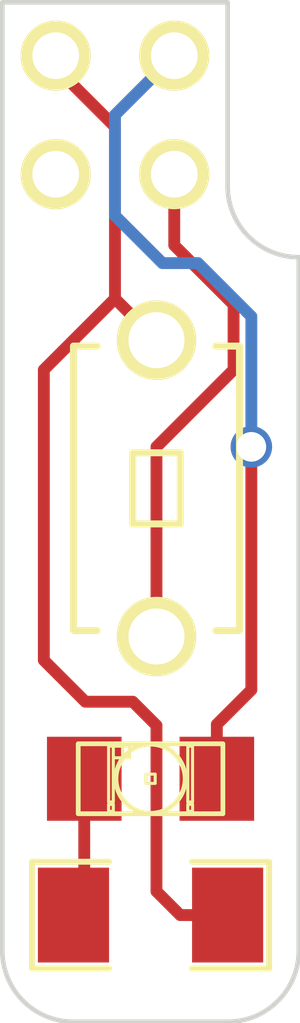
<source format=kicad_pcb>

(kicad_pcb
  (version 3)
  (host pcbnew "(22-Jun-2014 BZR 4027)-stable")
  (general
    (links 5)
    (no_connects 0)
    (area 198.029889 157.921 210.910111 182.041001)
    (thickness 1.6)
    (drawings 8)
    (tracks 30)
    (zones 0)
    (modules 4)
    (nets 5))
  (page A3)
  (layers
    (15 F.Cu signal)
    (0 B.Cu signal)
    (16 B.Adhes user)
    (17 F.Adhes user)
    (18 B.Paste user)
    (19 F.Paste user)
    (20 B.SilkS user)
    (21 F.SilkS user)
    (22 B.Mask user)
    (23 F.Mask user)
    (24 Dwgs.User user)
    (25 Cmts.User user)
    (26 Eco1.User user)
    (27 Eco2.User user)
    (28 Edge.Cuts user))
  (setup
    (last_trace_width 0.254)
    (trace_clearance 0.254)
    (zone_clearance 0.508)
    (zone_45_only no)
    (trace_min 0.254)
    (segment_width 0.2)
    (edge_width 0.1)
    (via_size 0.889)
    (via_drill 0.635)
    (via_min_size 0.889)
    (via_min_drill 0.508)
    (uvia_size 0.508)
    (uvia_drill 0.127)
    (uvias_allowed no)
    (uvia_min_size 0.508)
    (uvia_min_drill 0.127)
    (pcb_text_width 0.3)
    (pcb_text_size 1.5 1.5)
    (mod_edge_width 0.15)
    (mod_text_size 1 1)
    (mod_text_width 0.15)
    (pad_size 1.5 1.5)
    (pad_drill 1)
    (pad_to_mask_clearance 0)
    (aux_axis_origin 0 0)
    (visible_elements FFFFFFBF)
    (pcbplotparams
      (layerselection 284196865)
      (usegerberextensions true)
      (excludeedgelayer true)
      (linewidth 0.15)
      (plotframeref false)
      (viasonmask false)
      (mode 1)
      (useauxorigin false)
      (hpglpennumber 1)
      (hpglpenspeed 20)
      (hpglpendiameter 15)
      (hpglpenoverlay 2)
      (psnegative false)
      (psa4output false)
      (plotreference true)
      (plotvalue true)
      (plotothertext true)
      (plotinvisibletext false)
      (padsonsilk false)
      (subtractmaskfromsilk false)
      (outputformat 1)
      (mirror false)
      (drillshape 0)
      (scaleselection 1)
      (outputdirectory gerber/)))
  (net 0 "")
  (net 1 N-000001)
  (net 2 N-000002)
  (net 3 N-000003)
  (net 4 N-000004)
  (net_class Default "This is the default net class."
    (clearance 0.254)
    (trace_width 0.254)
    (via_dia 0.889)
    (via_drill 0.635)
    (uvia_dia 0.508)
    (uvia_drill 0.127)
    (add_net "")
    (add_net N-000001)
    (add_net N-000002)
    (add_net N-000003)
    (add_net N-000004))
  (module SM1206
    (layer F.Cu)
    (tedit 570FDEE7)
    (tstamp 570FB933)
    (at 205.232 179.705 180)
    (path /570FA4E6)
    (attr smd)
    (fp_text reference R1
      (at 0 0 180)
      (layer F.SilkS) hide
      (effects
        (font
          (size 0.762 0.762)
          (thickness 0.127))))
    (fp_text value R
      (at 0 0 180)
      (layer F.SilkS) hide
      (effects
        (font
          (size 0.762 0.762)
          (thickness 0.127))))
    (fp_line
      (start -2.54 -1.143)
      (end -2.54 1.143)
      (layer F.SilkS)
      (width 0.127))
    (fp_line
      (start -2.54 1.143)
      (end -0.889 1.143)
      (layer F.SilkS)
      (width 0.127))
    (fp_line
      (start 0.889 -1.143)
      (end 2.54 -1.143)
      (layer F.SilkS)
      (width 0.127))
    (fp_line
      (start 2.54 -1.143)
      (end 2.54 1.143)
      (layer F.SilkS)
      (width 0.127))
    (fp_line
      (start 2.54 1.143)
      (end 0.889 1.143)
      (layer F.SilkS)
      (width 0.127))
    (fp_line
      (start -0.889 -1.143)
      (end -2.54 -1.143)
      (layer F.SilkS)
      (width 0.127))
    (pad 1 smd rect
      (at -1.651 0 180)
      (size 1.524 2.032)
      (layers F.Cu F.Paste F.Mask)
      (net 2 N-000002))
    (pad 2 smd rect
      (at 1.651 0 180)
      (size 1.524 2.032)
      (layers F.Cu F.Paste F.Mask)
      (net 4 N-000004))
    (model smd/chip_cms.wrl
      (at
        (xyz 0 0 0))
      (scale
        (xyz 0.17 0.16 0.16))
      (rotate
        (xyz 0 0 0))))
  (module LED-1206
    (layer F.Cu)
    (tedit 570FDEE4)
    (tstamp 570FB95D)
    (at 205.232 176.784 180)
    (descr "LED 1206 smd package")
    (tags "LED1206 SMD")
    (path /570FA4C4)
    (attr smd)
    (fp_text reference D1
      (at 0.254 -1.524 180)
      (layer F.SilkS) hide
      (effects
        (font
          (size 0.762 0.762)
          (thickness 0.0889))))
    (fp_text value LED
      (at 0 1.524 180)
      (layer F.SilkS) hide
      (effects
        (font
          (size 0.762 0.762)
          (thickness 0.0889))))
    (fp_line
      (start -0.09906 0.09906)
      (end 0.09906 0.09906)
      (layer F.SilkS)
      (width 0.06604))
    (fp_line
      (start 0.09906 0.09906)
      (end 0.09906 -0.09906)
      (layer F.SilkS)
      (width 0.06604))
    (fp_line
      (start -0.09906 -0.09906)
      (end 0.09906 -0.09906)
      (layer F.SilkS)
      (width 0.06604))
    (fp_line
      (start -0.09906 0.09906)
      (end -0.09906 -0.09906)
      (layer F.SilkS)
      (width 0.06604))
    (fp_line
      (start 0.44958 0.6985)
      (end 0.79756 0.6985)
      (layer F.SilkS)
      (width 0.06604))
    (fp_line
      (start 0.79756 0.6985)
      (end 0.79756 0.44958)
      (layer F.SilkS)
      (width 0.06604))
    (fp_line
      (start 0.44958 0.44958)
      (end 0.79756 0.44958)
      (layer F.SilkS)
      (width 0.06604))
    (fp_line
      (start 0.44958 0.6985)
      (end 0.44958 0.44958)
      (layer F.SilkS)
      (width 0.06604))
    (fp_line
      (start 0.79756 0.6985)
      (end 0.89916 0.6985)
      (layer F.SilkS)
      (width 0.06604))
    (fp_line
      (start 0.89916 0.6985)
      (end 0.89916 -0.49784)
      (layer F.SilkS)
      (width 0.06604))
    (fp_line
      (start 0.79756 -0.49784)
      (end 0.89916 -0.49784)
      (layer F.SilkS)
      (width 0.06604))
    (fp_line
      (start 0.79756 0.6985)
      (end 0.79756 -0.49784)
      (layer F.SilkS)
      (width 0.06604))
    (fp_line
      (start 0.79756 -0.54864)
      (end 0.89916 -0.54864)
      (layer F.SilkS)
      (width 0.06604))
    (fp_line
      (start 0.89916 -0.54864)
      (end 0.89916 -0.6985)
      (layer F.SilkS)
      (width 0.06604))
    (fp_line
      (start 0.79756 -0.6985)
      (end 0.89916 -0.6985)
      (layer F.SilkS)
      (width 0.06604))
    (fp_line
      (start 0.79756 -0.54864)
      (end 0.79756 -0.6985)
      (layer F.SilkS)
      (width 0.06604))
    (fp_line
      (start -0.89916 0.6985)
      (end -0.79756 0.6985)
      (layer F.SilkS)
      (width 0.06604))
    (fp_line
      (start -0.79756 0.6985)
      (end -0.79756 -0.49784)
      (layer F.SilkS)
      (width 0.06604))
    (fp_line
      (start -0.89916 -0.49784)
      (end -0.79756 -0.49784)
      (layer F.SilkS)
      (width 0.06604))
    (fp_line
      (start -0.89916 0.6985)
      (end -0.89916 -0.49784)
      (layer F.SilkS)
      (width 0.06604))
    (fp_line
      (start -0.89916 -0.54864)
      (end -0.79756 -0.54864)
      (layer F.SilkS)
      (width 0.06604))
    (fp_line
      (start -0.79756 -0.54864)
      (end -0.79756 -0.6985)
      (layer F.SilkS)
      (width 0.06604))
    (fp_line
      (start -0.89916 -0.6985)
      (end -0.79756 -0.6985)
      (layer F.SilkS)
      (width 0.06604))
    (fp_line
      (start -0.89916 -0.54864)
      (end -0.89916 -0.6985)
      (layer F.SilkS)
      (width 0.06604))
    (fp_line
      (start 0.44958 0.6985)
      (end 0.59944 0.6985)
      (layer F.SilkS)
      (width 0.06604))
    (fp_line
      (start 0.59944 0.6985)
      (end 0.59944 0.44958)
      (layer F.SilkS)
      (width 0.06604))
    (fp_line
      (start 0.44958 0.44958)
      (end 0.59944 0.44958)
      (layer F.SilkS)
      (width 0.06604))
    (fp_line
      (start 0.44958 0.6985)
      (end 0.44958 0.44958)
      (layer F.SilkS)
      (width 0.06604))
    (fp_line
      (start 1.5494 0.7493)
      (end -1.5494 0.7493)
      (layer F.SilkS)
      (width 0.1016))
    (fp_line
      (start -1.5494 0.7493)
      (end -1.5494 -0.7493)
      (layer F.SilkS)
      (width 0.1016))
    (fp_line
      (start -1.5494 -0.7493)
      (end 1.5494 -0.7493)
      (layer F.SilkS)
      (width 0.1016))
    (fp_line
      (start 1.5494 -0.7493)
      (end 1.5494 0.7493)
      (layer F.SilkS)
      (width 0.1016))
    (fp_arc
      (start 0 0)
      (end 0.54864 0.49784)
      (angle 95.4)
      (layer F.SilkS)
      (width 0.1016))
    (fp_arc
      (start 0 0)
      (end -0.54864 0.49784)
      (angle 84.5)
      (layer F.SilkS)
      (width 0.1016))
    (fp_arc
      (start 0 0)
      (end -0.54864 -0.49784)
      (angle 95.4)
      (layer F.SilkS)
      (width 0.1016))
    (fp_arc
      (start 0 0)
      (end 0.54864 -0.49784)
      (angle 84.5)
      (layer F.SilkS)
      (width 0.1016))
    (pad 1 smd rect
      (at -1.41986 0 180)
      (size 1.59766 1.80086)
      (layers F.Cu F.Paste F.Mask)
      (net 1 N-000001))
    (pad 2 smd rect
      (at 1.41986 0 180)
      (size 1.59766 1.80086)
      (layers F.Cu F.Paste F.Mask)
      (net 4 N-000004)))
  (module button_single_custom
    (layer F.Cu)
    (tedit 570FDEE0)
    (tstamp 570FB96D)
    (at 205.359 170.561 270)
    (path /570FA4D7)
    (fp_text reference SW1
      (at 0 -4.064 270)
      (layer F.SilkS) hide
      (effects
        (font
          (size 1 1)
          (thickness 0.15))))
    (fp_text value SW_PUSH
      (at 0 3.81 270)
      (layer F.SilkS) hide
      (effects
        (font
          (size 1 1)
          (thickness 0.15))))
    (fp_line
      (start -0.762 -0.508)
      (end -0.762 0.508)
      (layer F.SilkS)
      (width 0.15))
    (fp_line
      (start -0.762 0.508)
      (end 0.762 0.508)
      (layer F.SilkS)
      (width 0.15))
    (fp_line
      (start 0.762 0.508)
      (end 0.762 -0.508)
      (layer F.SilkS)
      (width 0.15))
    (fp_line
      (start 0.762 -0.508)
      (end -0.762 -0.508)
      (layer F.SilkS)
      (width 0.15))
    (fp_line
      (start -3.048 1.778)
      (end 3.048 1.778)
      (layer F.SilkS)
      (width 0.15))
    (fp_line
      (start 3.048 1.778)
      (end 3.048 1.27)
      (layer F.SilkS)
      (width 0.15))
    (fp_line
      (start -3.048 1.27)
      (end -3.048 1.778)
      (layer F.SilkS)
      (width 0.15))
    (fp_line
      (start -3.048 -1.778)
      (end -3.048 -1.27)
      (layer F.SilkS)
      (width 0.15))
    (fp_line
      (start -3.048 -1.778)
      (end 3.048 -1.778)
      (layer F.SilkS)
      (width 0.15))
    (fp_line
      (start 3.048 -1.778)
      (end 3.048 -1.27)
      (layer F.SilkS)
      (width 0.15))
    (pad 1 thru_hole circle
      (at -3.175 0 270)
      (size 1.7 1.7)
      (drill 1.2)
      (layers *.Cu *.Mask F.SilkS)
      (net 2 N-000002))
    (pad 2 thru_hole circle
      (at 3.175 0 270)
      (size 1.7 1.7)
      (drill 1.2)
      (layers *.Cu *.Mask F.SilkS)
      (net 3 N-000003)))
  (module pi_shutdown_4pin
    (layer F.Cu)
    (tedit 570FDEFE)
    (tstamp 570FBAA7)
    (at 204.47 162.56)
    (path /570FB842)
    (fp_text reference U1
      (at 0 3.81)
      (layer F.SilkS) hide
      (effects
        (font
          (size 1 1)
          (thickness 0.15))))
    (fp_text value PI_SHUTDOWN
      (at 0 -3.81)
      (layer F.SilkS) hide
      (effects
        (font
          (size 1 1)
          (thickness 0.15))))
    (pad 14 thru_hole circle
      (at -1.27 -1.27)
      (size 1.5 1.5)
      (drill 1)
      (layers *.Cu *.Mask F.SilkS)
      (net 2 N-000002))
    (pad 16 thru_hole circle
      (at 1.27 -1.27)
      (size 1.5 1.5)
      (drill 1)
      (layers *.Cu *.Mask F.SilkS)
      (net 1 N-000001))
    (pad 13 thru_hole circle
      (at -1.27 1.27)
      (size 1.5 1.5)
      (drill 1)
      (layers *.Cu *.Mask F.SilkS))
    (pad 15 thru_hole circle
      (at 1.27 1.27)
      (size 1.5 1.5)
      (drill 1)
      (layers *.Cu *.Mask F.SilkS)
      (net 3 N-000003)))
  (gr_line
    (start 202.057 180.467)
    (end 202.057 160.147)
    (angle 90)
    (layer Edge.Cuts)
    (width 0.1))
  (gr_line
    (start 208.407 180.467)
    (end 208.407 165.608)
    (angle 90)
    (layer Edge.Cuts)
    (width 0.1))
  (gr_line
    (start 203.581 181.991)
    (end 206.883 181.991)
    (angle 90)
    (layer Edge.Cuts)
    (width 0.1))
  (gr_line
    (start 206.883 164.084)
    (end 206.883 160.147)
    (angle 90)
    (layer Edge.Cuts)
    (width 0.1))
  (gr_line
    (start 202.057 160.147)
    (end 206.883 160.147)
    (angle 90)
    (layer Edge.Cuts)
    (width 0.1))
  (gr_arc
    (start 206.883 180.467)
    (end 208.407 180.467)
    (angle 90)
    (layer Edge.Cuts)
    (width 0.1))
  (gr_arc
    (start 203.581 180.467)
    (end 203.581 181.991)
    (angle 90)
    (layer Edge.Cuts)
    (width 0.1))
  (gr_arc
    (start 208.407 164.084)
    (end 208.407 165.608)
    (angle 90)
    (layer Edge.Cuts)
    (width 0.1))
  (segment
    (start 206.65186 176.784)
    (end 206.65186 175.61814)
    (width 0.254)
    (layer F.Cu)
    (net 1)
    (status 400000))
  (segment
    (start 204.47 162.56)
    (end 205.74 161.29)
    (width 0.254)
    (layer B.Cu)
    (net 1)
    (tstamp 570FE496)
    (status 800000))
  (segment
    (start 204.47 164.719)
    (end 204.47 162.56)
    (width 0.254)
    (layer B.Cu)
    (net 1)
    (tstamp 570FE492))
  (segment
    (start 205.486 165.735)
    (end 204.47 164.719)
    (width 0.254)
    (layer B.Cu)
    (net 1)
    (tstamp 570FE491))
  (segment
    (start 206.248 165.735)
    (end 205.486 165.735)
    (width 0.254)
    (layer B.Cu)
    (net 1)
    (tstamp 570FE48A))
  (segment
    (start 207.391 166.878)
    (end 206.248 165.735)
    (width 0.254)
    (layer B.Cu)
    (net 1)
    (tstamp 570FE47E))
  (segment
    (start 207.391 167.767)
    (end 207.391 166.878)
    (width 0.254)
    (layer B.Cu)
    (net 1)
    (tstamp 570FE47D))
  (segment
    (start 207.391 169.672)
    (end 207.391 167.767)
    (width 0.254)
    (layer B.Cu)
    (net 1)
    (tstamp 570FE47C))
  (segment
    (start 207.391 174.879)
    (end 207.391 169.672)
    (width 0.254)
    (layer F.Cu)
    (net 1)
    (tstamp 570FE473))
  (segment
    (start 206.65186 175.61814)
    (end 207.391 174.879)
    (width 0.254)
    (layer F.Cu)
    (net 1)
    (tstamp 570FE470))
  (segment
    (start 206.883 179.705)
    (end 205.867 179.705)
    (width 0.254)
    (layer F.Cu)
    (net 2)
    (status 400000))
  (segment
    (start 202.946 168.021)
    (end 204.47 166.497)
    (width 0.254)
    (layer F.Cu)
    (net 2)
    (tstamp 570FE467))
  (segment
    (start 202.946 174.244)
    (end 202.946 168.021)
    (width 0.254)
    (layer F.Cu)
    (net 2)
    (tstamp 570FE464))
  (segment
    (start 203.835 175.133)
    (end 202.946 174.244)
    (width 0.254)
    (layer F.Cu)
    (net 2)
    (tstamp 570FE45F))
  (segment
    (start 204.851 175.133)
    (end 203.835 175.133)
    (width 0.254)
    (layer F.Cu)
    (net 2)
    (tstamp 570FE45E))
  (segment
    (start 205.359 175.641)
    (end 204.851 175.133)
    (width 0.254)
    (layer F.Cu)
    (net 2)
    (tstamp 570FE45D))
  (segment
    (start 205.359 179.197)
    (end 205.359 175.641)
    (width 0.254)
    (layer F.Cu)
    (net 2)
    (tstamp 570FE45C))
  (segment
    (start 205.867 179.705)
    (end 205.359 179.197)
    (width 0.254)
    (layer F.Cu)
    (net 2)
    (tstamp 570FE45B))
  (segment
    (start 203.2 161.29)
    (end 203.2 161.544)
    (width 0.254)
    (layer F.Cu)
    (net 2))
  (segment
    (start 204.47 166.497)
    (end 205.359 167.386)
    (width 0.254)
    (layer F.Cu)
    (net 2)
    (tstamp 570FE41F))
  (segment
    (start 204.47 162.814)
    (end 204.47 166.497)
    (width 0.254)
    (layer F.Cu)
    (net 2)
    (tstamp 570FE41D))
  (segment
    (start 203.2 161.544)
    (end 204.47 162.814)
    (width 0.254)
    (layer F.Cu)
    (net 2)
    (tstamp 570FE41C))
  (segment
    (start 205.74 163.83)
    (end 205.74 165.354)
    (width 0.254)
    (layer F.Cu)
    (net 3))
  (segment
    (start 205.359 169.672)
    (end 205.359 173.736)
    (width 0.254)
    (layer F.Cu)
    (net 3)
    (tstamp 570FE42A))
  (segment
    (start 207.01 168.021)
    (end 205.359 169.672)
    (width 0.254)
    (layer F.Cu)
    (net 3)
    (tstamp 570FE427))
  (segment
    (start 207.01 166.624)
    (end 207.01 168.021)
    (width 0.254)
    (layer F.Cu)
    (net 3)
    (tstamp 570FE425))
  (segment
    (start 205.74 165.354)
    (end 207.01 166.624)
    (width 0.254)
    (layer F.Cu)
    (net 3)
    (tstamp 570FE423))
  (segment
    (start 203.81214 176.784)
    (end 203.81214 179.47386)
    (width 0.254)
    (layer F.Cu)
    (net 4)
    (status C00000))
  (segment
    (start 203.81214 179.47386)
    (end 203.581 179.705)
    (width 0.254)
    (layer F.Cu)
    (net 4)
    (tstamp 570FE458)
    (status C00000))
  (via
    (at 207.391 169.672)
    (size 0.889)
    (layers F.Cu B.Cu)
    (net 1)))
</source>
